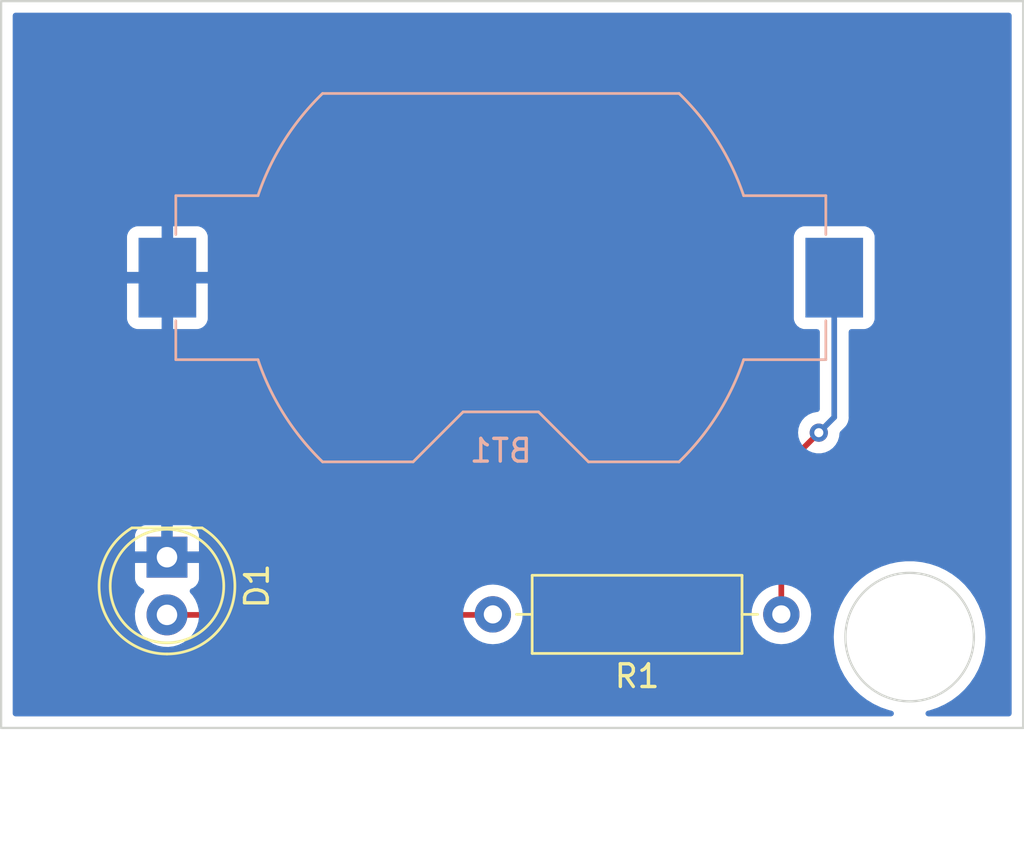
<source format=kicad_pcb>
(kicad_pcb (version 20211014) (generator pcbnew)
  (title_block (title "Big Muff Pi Copy") (date "2024-09-11") (rev "V1"))
  (layers (0 "F.Cu" jumper) (31 "B.Cu" signal) (34 "B.Paste" user) (35 "F.Paste" user) (36 "B.SilkS" user "B.Silkscreen") (37 "F.SilkS" user "F.Silkscreen") (38 "B.Mask" user) (39 "F.Mask" user) (44 "Edge.Cuts" user))
  (net 0 "")
  (net 1 "VCC")
  (net 2 "GND")
  (net 3 "/led")
  (footprint "LED_THT:LED_D5.0mm" (layer "F.Cu") (at 132.302287 102.482679 -90)
    (fp_text reference "D1" (at 1.27 -3.96 90) (layer "F.SilkS"))
    (fp_text value "Red (PN123456 DIODE, BLAH)")
    (fp_line (start -1.29 -1.545) (end -1.29 1.545) (layer "F.SilkS") (width 0.12))
    (fp_arc (start -1.29 -1.54483) (mid 2.072002 -2.880433) (end 4.26 0.000462) (layer "F.SilkS") (width 0.12))
    (fp_arc (start 4.26 -0.000462) (mid 2.072002 2.880433) (end -1.29 1.54483) (layer "F.SilkS") (width 0.12))
    (fp_circle (center 1.27 0) (end 3.77 0) (layer "F.SilkS") (width 0.12) (fill none))
    (pad "1" thru_hole rect (at 0 0 270) (size 1.8 1.8) (drill 0.9) (layers *.Cu *.Mask) (net 2 "GND"))
    (pad "2" thru_hole circle (at 2.54 0 270) (size 1.8 1.8) (drill 0.9) (layers *.Cu *.Mask) (net 3 "/led"))
  )
  (footprint "Resistor_THT:R_Axial_DIN0309_L9.0mm_D3.2mm_P12.70mm_Horizontal" (layer "F.Cu") (at 159.35 105 180)
    (fp_text reference "R1" (at 6.35 -2.72) (layer "F.SilkS"))
    (fp_text value "1k")
    (fp_line (start 10.97 1.72) (end 10.97 -1.72) (layer "F.SilkS") (width 0.12))
    (fp_line (start 1.73 -1.72) (end 1.73 1.72) (layer "F.SilkS") (width 0.12))
    (fp_line (start 11.66 0) (end 10.97 0) (layer "F.SilkS") (width 0.12))
    (fp_line (start 1.73 1.72) (end 10.97 1.72) (layer "F.SilkS") (width 0.12))
    (fp_line (start 1.04 0) (end 1.73 0) (layer "F.SilkS") (width 0.12))
    (fp_line (start 10.97 -1.72) (end 1.73 -1.72) (layer "F.SilkS") (width 0.12))
    (pad "1" thru_hole circle (at 0 0 180) (size 1.6 1.6) (drill 0.8) (layers *.Cu *.Mask) (net 1 "VCC"))
    (pad "2" thru_hole oval (at 12.7 0 180) (size 1.6 1.6) (drill 0.8) (layers *.Cu *.Mask) (net 3 "/led"))
  )
  (footprint "Battery:BatteryHolder_Keystone_1058_1x2032" (layer "B.Cu") (at 147 90.175 180)
    (fp_text reference "BT1" (at 0 -7.62) (layer "B.SilkS") (effects (justify mirror)))
    (fp_text value "3V")
    (fp_line (start -14.31 3.61) (end -10.692 3.61) (layer "B.SilkS") (width 0.12))
    (fp_line (start 14.31 -1.9) (end 14.31 -3.61) (layer "B.SilkS") (width 0.12))
    (fp_line (start 10.692 3.61) (end 14.31 3.61) (layer "B.SilkS") (width 0.12))
    (fp_line (start -10.692 -3.61) (end -14.31 -3.61) (layer "B.SilkS") (width 0.12))
    (fp_line (start -7.8473 8.11) (end 7.8473 8.11) (layer "B.SilkS") (width 0.12))
    (fp_line (start -14.31 1.9) (end -14.31 3.61) (layer "B.SilkS") (width 0.12))
    (fp_line (start 14.31 1.9) (end 14.31 3.61) (layer "B.SilkS") (width 0.12))
    (fp_line (start -1.66 -5.91) (end -3.86 -8.11) (layer "B.SilkS") (width 0.12))
    (fp_line (start 1.66 -5.91) (end 3.86 -8.11) (layer "B.SilkS") (width 0.12))
    (fp_line (start 14.31 -3.61) (end 10.692 -3.61) (layer "B.SilkS") (width 0.12))
    (fp_line (start 7.8473 -8.11) (end 3.86 -8.11) (layer "B.SilkS") (width 0.12))
    (fp_line (start -3.86 -8.11) (end -7.8473 -8.11) (layer "B.SilkS") (width 0.12))
    (fp_line (start 1.66 -5.91) (end -1.66 -5.91) (layer "B.SilkS") (width 0.12))
    (fp_line (start -14.31 -1.9) (end -14.31 -3.61) (layer "B.SilkS") (width 0.12))
    (fp_arc (start -7.845371 8.111789) (mid -9.538084 6.031244) (end -10.692 3.61) (layer "B.SilkS") (width 0.12))
    (fp_arc (start 7.845371 -8.111789) (mid 9.538084 -6.031244) (end 10.692 -3.61) (layer "B.SilkS") (width 0.12))
    (fp_arc (start -10.692 -3.61) (mid -9.538085 -6.031245) (end -7.845371 -8.111789) (layer "B.SilkS") (width 0.12))
    (fp_arc (start 10.692 3.61) (mid 9.538084 6.031244) (end 7.845371 8.111789) (layer "B.SilkS") (width 0.12))
    (pad "1" smd rect (at -14.68 0 180) (size 2.54 3.51) (layers "B.Cu" "B.Paste" "B.Mask") (net 1 "VCC"))
    (pad "2" smd rect (at 14.68 0 180) (size 2.54 3.51) (layers "B.Cu" "B.Paste" "B.Mask") (net 2 "GND"))
  )
  (gr_circle (center 165 106) (end 163 108) (layer "Edge.Cuts") (width 0.1) (fill none))
  (gr_rect (start 125 78) (end 170 110) (layer "Edge.Cuts") (width 0.1) (fill none))
  (segment (start 161 97) (end 159.35 98.65) (width 0.25) (layer "F.Cu") (net 1))
  (segment (start 159.35 98.65) (end 159.35 105) (width 0.25) (layer "F.Cu") (net 1))
  (via (at 161 97) (size 0.8) (drill 0.4) (layers "F.Cu" "B.Cu") (net 1))
  (segment (start 161.68 96.32) (end 161 97) (width 0.25) (layer "B.Cu") (net 1))
  (segment (start 161.68 90.175) (end 161.68 96.32) (width 0.25) (layer "B.Cu") (net 1))
  (segment (start 132.32 90.175) (end 132.32 102.464966) (width 0.25) (layer "B.Cu") (net 2))
  (segment (start 132.32 102.464966) (end 132.302287 102.482679) (width 0.25) (layer "B.Cu") (net 2))
  (segment (start 146.627321 105.022679) (end 146.65 105) (width 0.25) (layer "F.Cu") (net 3))
  (segment (start 132.302287 105.022679) (end 146.627321 105.022679) (width 0.25) (layer "F.Cu") (net 3))
  (zone (net 2) (net_name "GND") (layer "B.Cu") (connect_pads (clearance 0.508)) (min_thickness 0.254) (fill yes (thermal_gap 0.508) (thermal_bridge_width 0.508))
    (polygon (pts (xy 170 110) (xy 125 110) (xy 125 78) (xy 170 78)))
  )
)
</source>
